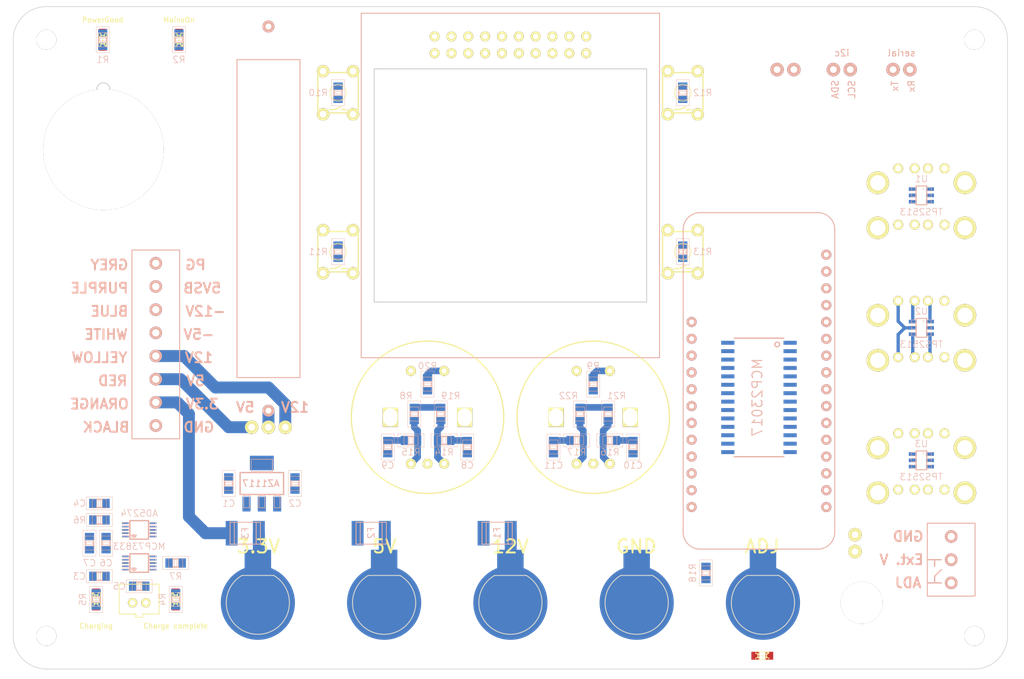
<source format=kicad_pcb>
(kicad_pcb (version 4) (host pcbnew "(2015-06-26 BZR 5832)-product")
  (layers (0 F.Cu signal) (31 B.Cu signal) (34 B.Paste user) (35 F.Paste user) (36 B.SilkS user) (37 F.SilkS user) (38 B.Mask user) (39 F.Mask user) (44 Edge.Cuts user))
  (net 0 "")
  (net 1 5V)
  (net 2 GND)
  (net 3 3V3Reg)
  (net 4 "Net-(C4-Pad2)")
  (net 5 "Net-(C5-Pad1)")
  (net 6 B1)
  (net 7 A1)
  (net 8 B2)
  (net 9 A2)
  (net 10 "Net-(CON1-Pad2)")
  (net 11 "Net-(CON1-Pad3)")
  (net 12 "Net-(CON1-Pad6)")
  (net 13 "Net-(CON1-Pad7)")
  (net 14 "Net-(CON2-Pad2)")
  (net 15 "Net-(CON2-Pad3)")
  (net 16 "Net-(CON2-Pad6)")
  (net 17 "Net-(CON2-Pad7)")
  (net 18 "Net-(CON3-Pad2)")
  (net 19 "Net-(CON3-Pad3)")
  (net 20 "Net-(CON3-Pad6)")
  (net 21 "Net-(CON3-Pad7)")
  (net 22 "Net-(D1-Pad1)")
  (net 23 "Net-(D2-Pad1)")
  (net 24 "Net-(D3-Pad1)")
  (net 25 "Net-(D4-Pad1)")
  (net 26 "Net-(D4-Pad2)")
  (net 27 "Net-(D5-Pad1)")
  (net 28 "Net-(D5-Pad2)")
  (net 29 SW1)
  (net 30 "Net-(ENC1-Pad1)")
  (net 31 "Net-(ENC1-Pad3)")
  (net 32 SW2)
  (net 33 "Net-(ENC2-Pad1)")
  (net 34 "Net-(ENC2-Pad3)")
  (net 35 12V)
  (net 36 "Net-(F1-Pad2)")
  (net 37 "Net-(F2-Pad2)")
  (net 38 3.3V)
  (net 39 "Net-(F3-Pad2)")
  (net 40 "Net-(JP1-Pad2)")
  (net 41 "Net-(JP2-Pad2)")
  (net 42 ADJ)
  (net 43 "Net-(K1-Pad2)")
  (net 44 PG)
  (net 45 5VSB)
  (net 46 -12V)
  (net 47 -5V)
  (net 48 "Net-(P2-Pad1)")
  (net 49 "Net-(P3-Pad1)")
  (net 50 "Net-(P4-Pad1)")
  (net 51 "Net-(P5-Pad1)")
  (net 52 SDA)
  (net 53 SCL)
  (net 54 Tx)
  (net 55 Rx)
  (net 56 "Net-(P12-Pad2)")
  (net 57 RS)
  (net 58 SCLK)
  (net 59 RES)
  (net 60 "Net-(P17-Pad20)")
  (net 61 "Net-(P17-Pad3)")
  (net 62 MOSI)
  (net 63 CS)
  (net 64 "Net-(R6-Pad2)")
  (net 65 "Net-(R7-Pad1)")
  (net 66 But1)
  (net 67 But2)
  (net 68 But3)
  (net 69 But4)
  (net 70 "Net-(U5-Pad20)")
  (net 71 "Net-(U5-Pad19)")
  (net 72 "Net-(U5-Pad18)")
  (net 73 "Net-(U5-Pad17)")
  (net 74 "Net-(U5-Pad15)")
  (net 75 "Net-(U5-Pad14)")
  (net 76 "Net-(U5-Pad13)")
  (net 77 "Net-(U5-Pad21)")
  (net 78 "Net-(U5-Pad22)")
  (net 79 "Net-(U5-Pad23)")
  (net 80 "Net-(U5-Pad24)")
  (net 81 "Net-(U5-Pad25)")
  (net 82 "Net-(U5-Pad28)")
  (net 83 "Net-(U5-Pad5)")
  (net 84 "Net-(U5-Pad6)")
  (net 85 "Net-(U5-Pad11)")
  (net 86 "Net-(U5-Pad12)")
  (net 87 "Net-(U6-Pad6)")
  (net 88 "Net-(U6-Pad7)")
  (net 89 "Net-(U8-Pad5)")
  (net 90 "Net-(U8-Pad6)")
  (net 91 "Net-(U8-Pad7)")
  (net 92 "Net-(U8-Pad8)")
  (net 93 "Net-(U8-Pad11)")
  (net 94 "Net-(U8-Pad14)")
  (net 95 "Net-(U8-Pad19)")
  (net 96 "Net-(U8-Pad20)")
  (net 97 "Net-(U8-Pad27)")
  (net 98 "Net-(U8-Pad28)")
  (net 99 "Net-(P11-Pad1)")
  (net 100 "Net-(P9-Pad1)")
  (module frep:C0805 (layer B.Cu) (at 138.5 111.5 270)
    (fp_text reference C8 (at 2.75 0 360) (layer B.SilkS) (effects (font (thickness 0.0889)) (justify mirror)))
    (fp_text value 10nF hide)
    (pad 1 smd rect (at -0.99822 0 270) (size 1.09982 1.39954) (layers B.Cu B.Paste B.Mask) (net 6 B1))
    (pad 2 smd rect (at 0.99822 0 270) (size 1.09982 1.39954) (layers B.Cu B.Paste B.Mask) (net 2 GND))
  )
  (module frep:C0805 (layer B.Cu) (at 126.5 111.5 270)
    (fp_text reference C9 (at 2.75 0 360) (layer B.SilkS) (effects (font (thickness 0.0889)) (justify mirror)))
    (fp_text value 10nF hide)
    (pad 1 smd rect (at -0.99822 0 270) (size 1.09982 1.39954) (layers B.Cu B.Paste B.Mask) (net 7 A1))
    (pad 2 smd rect (at 0.99822 0 270) (size 1.09982 1.39954) (layers B.Cu B.Paste B.Mask) (net 2 GND))
  )
  (module frep:USB-A-Stacked (layer F.Cu) (at 207 75)
    (fp_text reference CON1 hide)
    (fp_text value USB-A-stacked hide)
    (pad 9 thru_hole circle (at -6.57 -3.4) (size 3.4 3.4) (drill 2.3) (layers *.Cu *.Mask F.SilkS) (net 2 GND))
    (pad 10 thru_hole circle (at -6.57 3.4) (size 3.4 3.4) (drill 2.3) (layers *.Cu *.Mask F.SilkS) (net 2 GND))
    (pad 11 thru_hole circle (at 6.57 -3.4) (size 3.4 3.4) (drill 2.3) (layers *.Cu *.Mask F.SilkS) (net 2 GND))
    (pad 12 thru_hole circle (at 6.57 3.4) (size 3.4 3.4) (drill 2.3) (layers *.Cu *.Mask F.SilkS) (net 2 GND))
    (pad 1 thru_hole circle (at -3.5 -5.58) (size 1.5 1.5) (drill 0.92) (layers *.Cu *.Mask F.SilkS) (net 1 5V))
    (pad 2 thru_hole circle (at -1 -5.58) (size 1.5 1.5) (drill 0.92) (layers *.Cu *.Mask F.SilkS) (net 10 "Net-(CON1-Pad2)"))
    (pad 3 thru_hole circle (at 1 -5.58) (size 1.5 1.5) (drill 0.92) (layers *.Cu *.Mask F.SilkS) (net 11 "Net-(CON1-Pad3)"))
    (pad 4 thru_hole circle (at 3.5 -5.58) (size 1.5 1.5) (drill 0.92) (layers *.Cu *.Mask F.SilkS) (net 2 GND))
    (pad 5 thru_hole circle (at -3.5 2.92) (size 1.5 1.5) (drill 0.92) (layers *.Cu *.Mask F.SilkS) (net 1 5V))
    (pad 6 thru_hole circle (at -1 2.92) (size 1.5 1.5) (drill 0.92) (layers *.Cu *.Mask F.SilkS) (net 12 "Net-(CON1-Pad6)"))
    (pad 7 thru_hole circle (at 1 2.92) (size 1.5 1.5) (drill 0.92) (layers *.Cu *.Mask F.SilkS) (net 13 "Net-(CON1-Pad7)"))
    (pad 8 thru_hole circle (at 3.5 2.92) (size 1.5 1.5) (drill 0.92) (layers *.Cu *.Mask F.SilkS) (net 2 GND))
  )
  (module frep:USB-A-Stacked (layer F.Cu) (at 207 95)
    (fp_text reference CON2 hide)
    (fp_text value USB-A-stacked hide)
    (pad 9 thru_hole circle (at -6.57 -3.4) (size 3.4 3.4) (drill 2.3) (layers *.Cu *.Mask F.SilkS) (net 2 GND))
    (pad 10 thru_hole circle (at -6.57 3.4) (size 3.4 3.4) (drill 2.3) (layers *.Cu *.Mask F.SilkS) (net 2 GND))
    (pad 11 thru_hole circle (at 6.57 -3.4) (size 3.4 3.4) (drill 2.3) (layers *.Cu *.Mask F.SilkS) (net 2 GND))
    (pad 12 thru_hole circle (at 6.57 3.4) (size 3.4 3.4) (drill 2.3) (layers *.Cu *.Mask F.SilkS) (net 2 GND))
    (pad 1 thru_hole circle (at -3.5 -5.58) (size 1.5 1.5) (drill 0.92) (layers *.Cu *.Mask F.SilkS) (net 1 5V))
    (pad 2 thru_hole circle (at -1 -5.58) (size 1.5 1.5) (drill 0.92) (layers *.Cu *.Mask F.SilkS) (net 14 "Net-(CON2-Pad2)"))
    (pad 3 thru_hole circle (at 1 -5.58) (size 1.5 1.5) (drill 0.92) (layers *.Cu *.Mask F.SilkS) (net 15 "Net-(CON2-Pad3)"))
    (pad 4 thru_hole circle (at 3.5 -5.58) (size 1.5 1.5) (drill 0.92) (layers *.Cu *.Mask F.SilkS) (net 2 GND))
    (pad 5 thru_hole circle (at -3.5 2.92) (size 1.5 1.5) (drill 0.92) (layers *.Cu *.Mask F.SilkS) (net 1 5V))
    (pad 6 thru_hole circle (at -1 2.92) (size 1.5 1.5) (drill 0.92) (layers *.Cu *.Mask F.SilkS) (net 16 "Net-(CON2-Pad6)"))
    (pad 7 thru_hole circle (at 1 2.92) (size 1.5 1.5) (drill 0.92) (layers *.Cu *.Mask F.SilkS) (net 17 "Net-(CON2-Pad7)"))
    (pad 8 thru_hole circle (at 3.5 2.92) (size 1.5 1.5) (drill 0.92) (layers *.Cu *.Mask F.SilkS) (net 2 GND))
  )
  (module frep:USB-A-Stacked (layer F.Cu) (at 207 115)
    (fp_text reference CON3 hide)
    (fp_text value USB-A-stacked hide)
    (pad 9 thru_hole circle (at -6.57 -3.4) (size 3.4 3.4) (drill 2.3) (layers *.Cu *.Mask F.SilkS) (net 2 GND))
    (pad 10 thru_hole circle (at -6.57 3.4) (size 3.4 3.4) (drill 2.3) (layers *.Cu *.Mask F.SilkS) (net 2 GND))
    (pad 11 thru_hole circle (at 6.57 -3.4) (size 3.4 3.4) (drill 2.3) (layers *.Cu *.Mask F.SilkS) (net 2 GND))
    (pad 12 thru_hole circle (at 6.57 3.4) (size 3.4 3.4) (drill 2.3) (layers *.Cu *.Mask F.SilkS) (net 2 GND))
    (pad 1 thru_hole circle (at -3.5 -5.58) (size 1.5 1.5) (drill 0.92) (layers *.Cu *.Mask F.SilkS) (net 1 5V))
    (pad 2 thru_hole circle (at -1 -5.58) (size 1.5 1.5) (drill 0.92) (layers *.Cu *.Mask F.SilkS) (net 18 "Net-(CON3-Pad2)"))
    (pad 3 thru_hole circle (at 1 -5.58) (size 1.5 1.5) (drill 0.92) (layers *.Cu *.Mask F.SilkS) (net 19 "Net-(CON3-Pad3)"))
    (pad 4 thru_hole circle (at 3.5 -5.58) (size 1.5 1.5) (drill 0.92) (layers *.Cu *.Mask F.SilkS) (net 2 GND))
    (pad 5 thru_hole circle (at -3.5 2.92) (size 1.5 1.5) (drill 0.92) (layers *.Cu *.Mask F.SilkS) (net 1 5V))
    (pad 6 thru_hole circle (at -1 2.92) (size 1.5 1.5) (drill 0.92) (layers *.Cu *.Mask F.SilkS) (net 20 "Net-(CON3-Pad6)"))
    (pad 7 thru_hole circle (at 1 2.92) (size 1.5 1.5) (drill 0.92) (layers *.Cu *.Mask F.SilkS) (net 21 "Net-(CON3-Pad7)"))
    (pad 8 thru_hole circle (at 3.5 2.92) (size 1.5 1.5) (drill 0.92) (layers *.Cu *.Mask F.SilkS) (net 2 GND))
  )
  (module frep:LED-0805 (layer F.Cu) (at 83.5 50 270)
    (fp_text reference D1 hide)
    (fp_text value PowerGood (at -3 0 360) (layer F.SilkS) (effects (font (size 0.762 0.762) (thickness 0.127))))
    (pad 1 smd rect (at -1.04902 0 270) (size 1.19888 1.19888) (layers F.Cu F.Paste F.Mask) (net 22 "Net-(D1-Pad1)"))
    (pad 2 smd rect (at 1.04902 0 270) (size 1.19888 1.19888) (layers F.Cu F.Paste F.Mask) (net 2 GND))
  )
  (module frep:LED-0805 (layer F.Cu) (at 95 50 270)
    (fp_text reference D2 hide)
    (fp_text value MainsOn (at -3 0 360) (layer F.SilkS) (effects (font (size 0.762 0.762) (thickness 0.127))))
    (pad 1 smd rect (at -1.04902 0 270) (size 1.19888 1.19888) (layers F.Cu F.Paste F.Mask) (net 23 "Net-(D2-Pad1)"))
    (pad 2 smd rect (at 1.04902 0 270) (size 1.19888 1.19888) (layers F.Cu F.Paste F.Mask) (net 2 GND))
  )
  (module frep:LED-0805 (layer F.Cu) (at 183 143)
    (fp_text reference D3 hide)
    (fp_text value LoadOn hide)
    (pad 1 smd rect (at -1.04902 0) (size 1.19888 1.19888) (layers F.Cu F.Paste F.Mask) (net 24 "Net-(D3-Pad1)"))
    (pad 2 smd rect (at 1.04902 0) (size 1.19888 1.19888) (layers F.Cu F.Paste F.Mask) (net 2 GND))
  )
  (module frep:LED-0805 (layer F.Cu) (at 94.5 134.5 90)
    (fp_text reference D4 hide)
    (fp_text value "Charge complete" (at -4 0 180) (layer F.SilkS) (effects (font (size 0.762 0.762) (thickness 0.127))))
    (pad 1 smd rect (at -1.04902 0 90) (size 1.19888 1.19888) (layers F.Cu F.Paste F.Mask) (net 25 "Net-(D4-Pad1)"))
    (pad 2 smd rect (at 1.04902 0 90) (size 1.19888 1.19888) (layers F.Cu F.Paste F.Mask) (net 26 "Net-(D4-Pad2)"))
  )
  (module frep:LED-0805 (layer F.Cu) (at 82.5 134.5 90)
    (fp_text reference D5 hide)
    (fp_text value Charging (at -4 0 180) (layer F.SilkS) (effects (font (size 0.762 0.762) (thickness 0.127))))
    (pad 1 smd rect (at -1.04902 0 90) (size 1.19888 1.19888) (layers F.Cu F.Paste F.Mask) (net 27 "Net-(D5-Pad1)"))
    (pad 2 smd rect (at 1.04902 0 90) (size 1.19888 1.19888) (layers F.Cu F.Paste F.Mask) (net 28 "Net-(D5-Pad2)"))
  )
  (module frep:RotaryEncoder (layer F.Cu) (at 132.5 107)
    (fp_text reference ENC1 hide)
    (fp_text value RotaryEncoder hide)
    (pad 7 thru_hole rect (at 5.6 0) (size 2.3 2.9) (drill oval 2.1 2.7) (layers *.Cu *.Mask F.SilkS) (net 2 GND))
    (pad 4 thru_hole circle (at -2.5 -7) (size 1.524 1.524) (drill 0.762) (layers *.Cu *.Mask F.SilkS) (net 2 GND))
    (pad 5 thru_hole circle (at 2.5 -7) (size 1.524 1.524) (drill 0.762) (layers *.Cu *.Mask F.SilkS) (net 29 SW1))
    (pad 1 thru_hole circle (at -2.5 7) (size 1.524 1.524) (drill 0.762) (layers *.Cu *.Mask F.SilkS) (net 30 "Net-(ENC1-Pad1)"))
    (pad 2 thru_hole circle (at 0 7) (size 1.524 1.524) (drill 0.762) (layers *.Cu *.Mask F.SilkS) (net 2 GND))
    (pad 3 thru_hole circle (at 2.5 7) (size 1.524 1.524) (drill 0.762) (layers *.Cu *.Mask F.SilkS) (net 31 "Net-(ENC1-Pad3)"))
    (pad 6 thru_hole rect (at -5.6 0) (size 2.3 2.9) (drill oval 2.1 2.7) (layers *.Cu *.Mask F.SilkS) (net 2 GND))
  )
  (module frep:RotaryEncoder (layer F.Cu) (at 157.5 107)
    (fp_text reference ENC2 hide)
    (fp_text value RotaryEncoder hide)
    (pad 7 thru_hole rect (at 5.6 0) (size 2.3 2.9) (drill oval 2.1 2.7) (layers *.Cu *.Mask F.SilkS) (net 2 GND))
    (pad 4 thru_hole circle (at -2.5 -7) (size 1.524 1.524) (drill 0.762) (layers *.Cu *.Mask F.SilkS) (net 2 GND))
    (pad 5 thru_hole circle (at 2.5 -7) (size 1.524 1.524) (drill 0.762) (layers *.Cu *.Mask F.SilkS) (net 32 SW2))
    (pad 1 thru_hole circle (at -2.5 7) (size 1.524 1.524) (drill 0.762) (layers *.Cu *.Mask F.SilkS) (net 33 "Net-(ENC2-Pad1)"))
    (pad 2 thru_hole circle (at 0 7) (size 1.524 1.524) (drill 0.762) (layers *.Cu *.Mask F.SilkS) (net 2 GND))
    (pad 3 thru_hole circle (at 2.5 7) (size 1.524 1.524) (drill 0.762) (layers *.Cu *.Mask F.SilkS) (net 34 "Net-(ENC2-Pad3)"))
    (pad 6 thru_hole rect (at -5.6 0) (size 2.3 2.9) (drill oval 2.1 2.7) (layers *.Cu *.Mask F.SilkS) (net 2 GND))
  )
  (module frep:C1812 (layer B.Cu) (at 143 124.5 180)
    (fp_text reference F1 (at 0 0 270) (layer B.SilkS) (effects (font (thickness 0.11938)) (justify mirror)))
    (fp_text value FUSE hide)
    (pad 1 smd rect (at 2.04978 0 180) (size 1.80086 3.70078) (layers B.Cu B.Paste B.Mask) (net 35 12V))
    (pad 2 smd rect (at -2.04978 0 180) (size 1.80086 3.70078) (layers B.Cu B.Paste B.Mask) (net 36 "Net-(F1-Pad2)"))
  )
  (module frep:C1812 (layer B.Cu) (at 124 124.5 180)
    (fp_text reference F2 (at 0 0.05 270) (layer B.SilkS) (effects (font (thickness 0.11938)) (justify mirror)))
    (fp_text value FUSE hide)
    (pad 1 smd rect (at 2.04978 0 180) (size 1.80086 3.70078) (layers B.Cu B.Paste B.Mask) (net 1 5V))
    (pad 2 smd rect (at -2.04978 0 180) (size 1.80086 3.70078) (layers B.Cu B.Paste B.Mask) (net 37 "Net-(F2-Pad2)"))
  )
  (module frep:C1812 (layer B.Cu) (at 105 124.5 180)
    (fp_text reference F3 (at 0 0 270) (layer B.SilkS) (effects (font (thickness 0.11938)) (justify mirror)))
    (fp_text value FUSE hide)
    (pad 1 smd rect (at 2.04978 0 180) (size 1.80086 3.70078) (layers B.Cu B.Paste B.Mask) (net 38 3.3V))
    (pad 2 smd rect (at -2.04978 0 180) (size 1.80086 3.70078) (layers B.Cu B.Paste B.Mask) (net 39 "Net-(F3-Pad2)"))
  )
  (module frep:Pin_Proto_Straight_1x03 (layer F.Cu) (at 108.5 108.5 180)
    (fp_text reference JP1 hide)
    (fp_text value JUMPER3 hide)
    (pad 1 thru_hole circle (at -2.54 0 180) (size 2.032 2.032) (drill 1.016) (layers *.Cu *.Mask F.SilkS) (net 35 12V))
    (pad 2 thru_hole circle (at 0 0 180) (size 2.032 2.032) (drill 1.016) (layers *.Cu *.Mask F.SilkS) (net 40 "Net-(JP1-Pad2)"))
    (pad 3 thru_hole circle (at 2.54 0 180) (size 2.032 2.032) (drill 1.016) (layers *.Cu *.Mask F.SilkS) (net 1 5V))
  )
  (module frep:Pin_Proto_Straight_1x02 (layer B.Cu) (at 186.5 54.5 180)
    (fp_text reference JP2 hide)
    (fp_text value JUMPER hide)
    (pad 1 thru_hole circle (at -1.27 0 180) (size 2.032 2.032) (drill 1.016) (layers *.Cu *.Mask B.SilkS) (net 1 5V))
    (pad 2 thru_hole oval (at 1.27 0 180) (size 2.032 2.032) (drill 1.016) (layers *.Cu *.Mask B.SilkS) (net 41 "Net-(JP2-Pad2)"))
  )
  (module frep:terminal_3p5mm_3pin (layer B.Cu) (at 211.5 128.5 90)
    (fp_text reference K1 hide)
    (fp_text value TERMINAL hide)
    (pad 3 thru_hole circle (at 3.5 0 90) (size 1.9 1.9) (drill 1.1) (layers *.Cu *.Mask B.SilkS) (net 2 GND))
    (pad 1 thru_hole circle (at -3.5 0 90) (size 1.9 1.9) (drill 1.1) (layers *.Cu *.Mask B.SilkS) (net 42 ADJ))
    (pad 2 thru_hole circle (at 0 0 90) (size 1.9 1.9) (drill 1.1) (layers *.Cu *.Mask B.SilkS) (net 43 "Net-(K1-Pad2)"))
  )
  (module frep:terminal_3p5mm_8pin (layer B.Cu) (at 91.5 96 90)
    (fp_text reference P1 hide)
    (fp_text value INPUT_TERMINAL hide)
    (pad 8 thru_hole circle (at 12.25 0 90) (size 1.9 1.9) (drill 1.1) (layers *.Cu *.Mask B.SilkS) (net 44 PG))
    (pad 7 thru_hole circle (at 8.75 0 90) (size 1.9 1.9) (drill 1.1) (layers *.Cu *.Mask B.SilkS) (net 45 5VSB))
    (pad 6 thru_hole circle (at 5.25 0 90) (size 1.9 1.9) (drill 1.1) (layers *.Cu *.Mask B.SilkS) (net 46 -12V))
    (pad 1 thru_hole circle (at -12.25 0 90) (size 1.9 1.9) (drill 1.1) (layers *.Cu *.Mask B.SilkS) (net 2 GND))
    (pad 2 thru_hole circle (at -8.75 0 90) (size 1.9 1.9) (drill 1.1) (layers *.Cu *.Mask B.SilkS) (net 38 3.3V))
    (pad 3 thru_hole circle (at -5.25 0 90) (size 1.9 1.9) (drill 1.1) (layers *.Cu *.Mask B.SilkS) (net 1 5V))
    (pad 4 thru_hole circle (at -1.75 0 90) (size 1.9 1.9) (drill 1.1) (layers *.Cu *.Mask B.SilkS) (net 35 12V))
    (pad 5 thru_hole circle (at 1.75 0 90) (size 1.9 1.9) (drill 1.1) (layers *.Cu *.Mask B.SilkS) (net 47 -5V))
  )
  (module frep:MountingHole_3mm (layer F.Cu) (at 75 140)
    (fp_text reference P2 hide)
    (fp_text value MH hide)
    (pad 1 thru_hole circle (at 0 0) (size 2.99974 2.99974) (drill 2.99974) (layers) (net 48 "Net-(P2-Pad1)"))
  )
  (module frep:MountingHole_3mm (layer F.Cu) (at 215 140)
    (fp_text reference P3 hide)
    (fp_text value MH hide)
    (pad 1 thru_hole circle (at 0 0) (size 2.99974 2.99974) (drill 2.99974) (layers) (net 49 "Net-(P3-Pad1)"))
  )
  (module frep:MountingHole_3mm (layer F.Cu) (at 75 50)
    (fp_text reference P4 hide)
    (fp_text value MH hide)
    (pad 1 thru_hole circle (at 0 0) (size 2.99974 2.99974) (drill 2.99974) (layers) (net 50 "Net-(P4-Pad1)"))
  )
  (module frep:MountingHole_3mm (layer F.Cu) (at 215 50)
    (fp_text reference P5 hide)
    (fp_text value MH hide)
    (pad 1 thru_hole circle (at 0 0) (size 2.99974 2.99974) (drill 2.99974) (layers) (net 51 "Net-(P5-Pad1)"))
  )
  (module frep:Pin_Proto_Straight_1x02 (layer B.Cu) (at 195 54.5)
    (fp_text reference P6 hide)
    (fp_text value CONN_2 hide)
    (pad 1 thru_hole circle (at -1.27 0) (size 2.032 2.032) (drill 1.016) (layers *.Cu *.Mask B.SilkS) (net 52 SDA))
    (pad 2 thru_hole oval (at 1.27 0) (size 2.032 2.032) (drill 1.016) (layers *.Cu *.Mask B.SilkS) (net 53 SCL))
  )
  (module frep:Pin_Proto_Straight_1x02 (layer B.Cu) (at 204 54.5)
    (fp_text reference P7 hide)
    (fp_text value CONN_2 hide)
    (pad 1 thru_hole circle (at -1.27 0) (size 2.032 2.032) (drill 1.016) (layers *.Cu *.Mask B.SilkS) (net 54 Tx))
    (pad 2 thru_hole oval (at 1.27 0) (size 2.032 2.032) (drill 1.016) (layers *.Cu *.Mask B.SilkS) (net 55 Rx))
  )
  (module frep:Pin_Proto_Straight_1x02 (layer F.Cu) (at 197 126 270)
    (fp_text reference P12 hide)
    (fp_text value CONN_2 hide)
    (pad 1 thru_hole circle (at -1.27 0 270) (size 2.032 2.032) (drill 1.016) (layers *.Cu *.Mask F.SilkS) (net 1 5V))
    (pad 2 thru_hole oval (at 1.27 0 270) (size 2.032 2.032) (drill 1.016) (layers *.Cu *.Mask F.SilkS) (net 56 "Net-(P12-Pad2)"))
  )
  (module frep:JST-PH-2-THM (layer F.Cu) (at 89 135)
    (fp_text reference P16 hide)
    (fp_text value CONN_2 hide)
    (pad 2 thru_hole circle (at 0.99822 0) (size 1.4224 1.4224) (drill 0.79756) (layers *.Cu *.Mask F.SilkS) (net 5 "Net-(C5-Pad1)"))
    (pad 1 thru_hole circle (at -0.99822 0) (size 1.4224 1.4224) (drill 0.79756) (layers *.Cu *.Mask F.SilkS) (net 2 GND))
  )
  (module frep:R_ceramic_48x9p5x9mm (layer B.Cu) (at 108.5 77 90)
    (fp_text reference R3 hide)
    (fp_text value "10R 10W" hide)
    (pad 1 thru_hole circle (at -29 0 90) (size 1.8 1.8) (drill 0.9) (layers *.Cu *.Mask B.SilkS) (net 40 "Net-(JP1-Pad2)"))
    (pad 2 thru_hole circle (at 29 0 90) (size 1.8 1.8) (drill 0.9) (layers *.Cu *.Mask B.SilkS) (net 2 GND))
  )
  (module frep:R0805 (layer B.Cu) (at 132.5 102 270)
    (fp_text reference R8 (at 1.75 3.25 360) (layer B.SilkS) (effects (font (thickness 0.0889)) (justify mirror)))
    (fp_text value 10K hide)
    (pad 1 smd rect (at -0.99822 0 270) (size 1.09982 1.39954) (layers B.Cu B.Paste B.Mask) (net 29 SW1))
    (pad 2 smd rect (at 0.99822 0 270) (size 1.09982 1.39954) (layers B.Cu B.Paste B.Mask) (net 3 3V3Reg))
  )
  (module frep:R0805 (layer B.Cu) (at 135 110.5 180)
    (fp_text reference R14 (at 0 -1.75 180) (layer B.SilkS) (effects (font (thickness 0.0889)) (justify mirror)))
    (fp_text value 10K hide)
    (pad 1 smd rect (at -0.99822 0 180) (size 1.09982 1.39954) (layers B.Cu B.Paste B.Mask) (net 6 B1))
    (pad 2 smd rect (at 0.99822 0 180) (size 1.09982 1.39954) (layers B.Cu B.Paste B.Mask) (net 31 "Net-(ENC1-Pad3)"))
  )
  (module frep:R0805 (layer B.Cu) (at 130 110.5 180)
    (fp_text reference R15 (at 0 -1.75 180) (layer B.SilkS) (effects (font (thickness 0.0889)) (justify mirror)))
    (fp_text value 10K hide)
    (pad 1 smd rect (at -0.99822 0 180) (size 1.09982 1.39954) (layers B.Cu B.Paste B.Mask) (net 30 "Net-(ENC1-Pad1)"))
    (pad 2 smd rect (at 0.99822 0 180) (size 1.09982 1.39954) (layers B.Cu B.Paste B.Mask) (net 7 A1))
  )
  (module frep:R0805 (layer B.Cu) (at 134.5 106.5 90)
    (fp_text reference R19 (at 2.75 1.5 180) (layer B.SilkS) (effects (font (thickness 0.0889)) (justify mirror)))
    (fp_text value 10K hide)
    (pad 1 smd rect (at -0.99822 0 90) (size 1.09982 1.39954) (layers B.Cu B.Paste B.Mask) (net 31 "Net-(ENC1-Pad3)"))
    (pad 2 smd rect (at 0.99822 0 90) (size 1.09982 1.39954) (layers B.Cu B.Paste B.Mask) (net 3 3V3Reg))
  )
  (module frep:R0805 (layer B.Cu) (at 130.5 106.5 90)
    (fp_text reference R20 (at 7.25 2 180) (layer B.SilkS) (effects (font (thickness 0.0889)) (justify mirror)))
    (fp_text value 10K hide)
    (pad 1 smd rect (at -0.99822 0 90) (size 1.09982 1.39954) (layers B.Cu B.Paste B.Mask) (net 30 "Net-(ENC1-Pad1)"))
    (pad 2 smd rect (at 0.99822 0 90) (size 1.09982 1.39954) (layers B.Cu B.Paste B.Mask) (net 3 3V3Reg))
  )
  (module frep:TACTILE-PTH (layer F.Cu) (at 119 58 90)
    (fp_text reference S1 hide)
    (fp_text value TAC_SWITCH hide)
    (pad 1 thru_hole circle (at -3.2512 -2.2606 90) (size 1.8796 1.8796) (drill 1.016) (layers *.Cu *.Mask F.SilkS) (net 2 GND))
    (pad 2 thru_hole circle (at 3.2512 -2.2606 90) (size 1.8796 1.8796) (drill 1.016) (layers *.Cu *.Mask F.SilkS) (net 2 GND))
    (pad 3 thru_hole circle (at -3.2512 2.2606 90) (size 1.8796 1.8796) (drill 1.016) (layers *.Cu *.Mask F.SilkS) (net 66 But1))
    (pad 4 thru_hole circle (at 3.2512 2.2606 90) (size 1.8796 1.8796) (drill 1.016) (layers *.Cu *.Mask F.SilkS) (net 66 But1))
  )
  (module frep:TACTILE-PTH (layer F.Cu) (at 119 82 90)
    (fp_text reference S2 hide)
    (fp_text value TAC_SWITCH hide)
    (pad 1 thru_hole circle (at -3.2512 -2.2606 90) (size 1.8796 1.8796) (drill 1.016) (layers *.Cu *.Mask F.SilkS) (net 2 GND))
    (pad 2 thru_hole circle (at 3.2512 -2.2606 90) (size 1.8796 1.8796) (drill 1.016) (layers *.Cu *.Mask F.SilkS) (net 2 GND))
    (pad 3 thru_hole circle (at -3.2512 2.2606 90) (size 1.8796 1.8796) (drill 1.016) (layers *.Cu *.Mask F.SilkS) (net 67 But2))
    (pad 4 thru_hole circle (at 3.2512 2.2606 90) (size 1.8796 1.8796) (drill 1.016) (layers *.Cu *.Mask F.SilkS) (net 67 But2))
  )
  (module frep:TACTILE-PTH (layer F.Cu) (at 171 58 90)
    (fp_text reference S3 hide)
    (fp_text value TAC_SWITCH hide)
    (pad 1 thru_hole circle (at -3.2512 -2.2606 90) (size 1.8796 1.8796) (drill 1.016) (layers *.Cu *.Mask F.SilkS) (net 2 GND))
    (pad 2 thru_hole circle (at 3.2512 -2.2606 90) (size 1.8796 1.8796) (drill 1.016) (layers *.Cu *.Mask F.SilkS) (net 2 GND))
    (pad 3 thru_hole circle (at -3.2512 2.2606 90) (size 1.8796 1.8796) (drill 1.016) (layers *.Cu *.Mask F.SilkS) (net 68 But3))
    (pad 4 thru_hole circle (at 3.2512 2.2606 90) (size 1.8796 1.8796) (drill 1.016) (layers *.Cu *.Mask F.SilkS) (net 68 But3))
  )
  (module frep:TACTILE-PTH (layer F.Cu) (at 171 82 90)
    (fp_text reference S4 hide)
    (fp_text value TAC_SWITCH hide)
    (pad 1 thru_hole circle (at -3.2512 -2.2606 90) (size 1.8796 1.8796) (drill 1.016) (layers *.Cu *.Mask F.SilkS) (net 2 GND))
    (pad 2 thru_hole circle (at 3.2512 -2.2606 90) (size 1.8796 1.8796) (drill 1.016) (layers *.Cu *.Mask F.SilkS) (net 2 GND))
    (pad 3 thru_hole circle (at -3.2512 2.2606 90) (size 1.8796 1.8796) (drill 1.016) (layers *.Cu *.Mask F.SilkS) (net 69 But4))
    (pad 4 thru_hole circle (at 3.2512 2.2606 90) (size 1.8796 1.8796) (drill 1.016) (layers *.Cu *.Mask F.SilkS) (net 69 But4))
  )
  (module frep:SOT23-6 (layer B.Cu) (at 207 73.5 270)
    (fp_text reference U1 (at -2.5 0 360) (layer B.SilkS) (effects (font (thickness 0.0889)) (justify mirror)))
    (fp_text value TPS2513 (at 2.5 0 360) (layer B.SilkS) (effects (font (thickness 0.0889)) (justify mirror)))
    (pad 1 smd rect (at -0.94996 -1.29794 270) (size 0.54864 1.19888) (layers B.Cu B.Paste B.Mask) (net 11 "Net-(CON1-Pad3)"))
    (pad 2 smd rect (at 0 -1.29794 270) (size 0.54864 1.19888) (layers B.Cu B.Paste B.Mask) (net 2 GND))
    (pad 3 smd rect (at 0.94996 -1.29794 270) (size 0.54864 1.19888) (layers B.Cu B.Paste B.Mask) (net 13 "Net-(CON1-Pad7)"))
    (pad 4 smd rect (at 0.94996 1.29794 270) (size 0.54864 1.19888) (layers B.Cu B.Paste B.Mask) (net 12 "Net-(CON1-Pad6)"))
    (pad 5 smd rect (at 0 1.29794 270) (size 0.54864 1.19888) (layers B.Cu B.Paste B.Mask) (net 1 5V))
    (pad 6 smd rect (at -0.94996 1.29794 270) (size 0.54864 1.19888) (layers B.Cu B.Paste B.Mask) (net 10 "Net-(CON1-Pad2)"))
  )
  (module frep:SOT23-6 (layer B.Cu) (at 207 93.5 270)
    (fp_text reference U2 (at -2.5 0 360) (layer B.SilkS) (effects (font (thickness 0.0889)) (justify mirror)))
    (fp_text value TPS2513 (at 2.5 0 360) (layer B.SilkS) (effects (font (thickness 0.0889)) (justify mirror)))
    (pad 1 smd rect (at -0.94996 -1.29794 270) (size 0.54864 1.19888) (layers B.Cu B.Paste B.Mask) (net 15 "Net-(CON2-Pad3)"))
    (pad 2 smd rect (at 0 -1.29794 270) (size 0.54864 1.19888) (layers B.Cu B.Paste B.Mask) (net 2 GND))
    (pad 3 smd rect (at 0.94996 -1.29794 270) (size 0.54864 1.19888) (layers B.Cu B.Paste B.Mask) (net 17 "Net-(CON2-Pad7)"))
    (pad 4 smd rect (at 0.94996 1.29794 270) (size 0.54864 1.19888) (layers B.Cu B.Paste B.Mask) (net 16 "Net-(CON2-Pad6)"))
    (pad 5 smd rect (at 0 1.29794 270) (size 0.54864 1.19888) (layers B.Cu B.Paste B.Mask) (net 1 5V))
    (pad 6 smd rect (at -0.94996 1.29794 270) (size 0.54864 1.19888) (layers B.Cu B.Paste B.Mask) (net 14 "Net-(CON2-Pad2)"))
  )
  (module frep:SOT23-6 (layer B.Cu) (at 207 113.5 270)
    (fp_text reference U3 (at -2.5 0 360) (layer B.SilkS) (effects (font (thickness 0.0889)) (justify mirror)))
    (fp_text value TPS2513 (at 2.5 0 360) (layer B.SilkS) (effects (font (thickness 0.0889)) (justify mirror)))
    (pad 1 smd rect (at -0.94996 -1.29794 270) (size 0.54864 1.19888) (layers B.Cu B.Paste B.Mask) (net 19 "Net-(CON3-Pad3)"))
    (pad 2 smd rect (at 0 -1.29794 270) (size 0.54864 1.19888) (layers B.Cu B.Paste B.Mask) (net 2 GND))
    (pad 3 smd rect (at 0.94996 -1.29794 270) (size 0.54864 1.19888) (layers B.Cu B.Paste B.Mask) (net 21 "Net-(CON3-Pad7)"))
    (pad 4 smd rect (at 0.94996 1.29794 270) (size 0.54864 1.19888) (layers B.Cu B.Paste B.Mask) (net 20 "Net-(CON3-Pad6)"))
    (pad 5 smd rect (at 0 1.29794 270) (size 0.54864 1.19888) (layers B.Cu B.Paste B.Mask) (net 1 5V))
    (pad 6 smd rect (at -0.94996 1.29794 270) (size 0.54864 1.19888) (layers B.Cu B.Paste B.Mask) (net 18 "Net-(CON3-Pad2)"))
  )
  (module frep:SOT223 (layer B.Cu) (at 107.5 117 180)
    (fp_text reference U4 hide)
    (fp_text value AZ1117 (at 0.1397 0.0127 180) (layer B.SilkS) (effects (justify mirror)))
    (pad 1 smd rect (at -2.3114 -3.0988 180) (size 1.2192 2.2352) (layers B.Cu B.Paste B.Mask) (net 2 GND))
    (pad 2 smd rect (at 0 -3.0988 180) (size 1.2192 2.2352) (layers B.Cu B.Paste B.Mask) (net 3 3V3Reg))
    (pad 3 smd rect (at 2.3114 -3.0988 180) (size 1.2192 2.2352) (layers B.Cu B.Paste B.Mask) (net 1 5V))
    (pad 4 smd rect (at 0 3.0988 180) (size 3.59918 2.19964) (layers B.Cu B.Paste B.Mask) (net 3 3V3Reg))
  )
  (module frep:featherEsp (layer B.Cu) (at 182.5 101.5 270)
    (fp_text reference U5 hide)
    (fp_text value esp8266Feather hide)
    (pad 20 thru_hole circle (at -1.27 -10.16 270) (size 1.524 1.524) (drill 0.762) (layers *.Cu *.Mask B.SilkS) (net 70 "Net-(U5-Pad20)"))
    (pad 19 thru_hole circle (at -3.81 -10.16 270) (size 1.524 1.524) (drill 0.762) (layers *.Cu *.Mask B.SilkS) (net 71 "Net-(U5-Pad19)"))
    (pad 18 thru_hole circle (at -6.35 -10.16 270) (size 1.524 1.524) (drill 0.762) (layers *.Cu *.Mask B.SilkS) (net 72 "Net-(U5-Pad18)"))
    (pad 17 thru_hole circle (at -8.89 -10.16 270) (size 1.524 1.524) (drill 0.762) (layers *.Cu *.Mask B.SilkS) (net 73 "Net-(U5-Pad17)"))
    (pad 16 thru_hole circle (at -11.43 -10.16 270) (size 1.524 1.524) (drill 0.762) (layers *.Cu *.Mask B.SilkS) (net 2 GND))
    (pad 15 thru_hole circle (at -13.97 -10.16 270) (size 1.524 1.524) (drill 0.762) (layers *.Cu *.Mask B.SilkS) (net 74 "Net-(U5-Pad15)"))
    (pad 14 thru_hole circle (at -16.51 -10.16 270) (size 1.524 1.524) (drill 0.762) (layers *.Cu *.Mask B.SilkS) (net 75 "Net-(U5-Pad14)"))
    (pad 13 thru_hole circle (at -19.05 -10.16 270) (size 1.524 1.524) (drill 0.762) (layers *.Cu *.Mask B.SilkS) (net 76 "Net-(U5-Pad13)"))
    (pad 21 thru_hole circle (at 1.27 -10.16 270) (size 1.524 1.524) (drill 0.762) (layers *.Cu *.Mask B.SilkS) (net 77 "Net-(U5-Pad21)"))
    (pad 22 thru_hole circle (at 3.81 -10.16 270) (size 1.524 1.524) (drill 0.762) (layers *.Cu *.Mask B.SilkS) (net 78 "Net-(U5-Pad22)"))
    (pad 23 thru_hole circle (at 6.35 -10.16 270) (size 1.524 1.524) (drill 0.762) (layers *.Cu *.Mask B.SilkS) (net 79 "Net-(U5-Pad23)"))
    (pad 24 thru_hole circle (at 8.89 -10.16 270) (size 1.524 1.524) (drill 0.762) (layers *.Cu *.Mask B.SilkS) (net 80 "Net-(U5-Pad24)"))
    (pad 25 thru_hole circle (at 11.43 -10.16 270) (size 1.524 1.524) (drill 0.762) (layers *.Cu *.Mask B.SilkS) (net 81 "Net-(U5-Pad25)"))
    (pad 26 thru_hole circle (at 13.97 -10.16 270) (size 1.524 1.524) (drill 0.762) (layers *.Cu *.Mask B.SilkS) (net 55 Rx))
    (pad 27 thru_hole circle (at 16.51 -10.16 270) (size 1.524 1.524) (drill 0.762) (layers *.Cu *.Mask B.SilkS) (net 54 Tx))
    (pad 28 thru_hole circle (at 19.05 -10.16 270) (size 1.524 1.524) (drill 0.762) (layers *.Cu *.Mask B.SilkS) (net 82 "Net-(U5-Pad28)"))
    (pad 1 thru_hole circle (at 19.05 10.16 270) (size 1.524 1.524) (drill 0.762) (layers *.Cu *.Mask B.SilkS) (net 52 SDA))
    (pad 2 thru_hole circle (at 16.51 10.16 270) (size 1.524 1.524) (drill 0.762) (layers *.Cu *.Mask B.SilkS) (net 53 SCL))
    (pad 3 thru_hole circle (at 13.97 10.16 270) (size 1.524 1.524) (drill 0.762) (layers *.Cu *.Mask B.SilkS) (net 63 CS))
    (pad 4 thru_hole circle (at 11.43 10.16 270) (size 1.524 1.524) (drill 0.762) (layers *.Cu *.Mask B.SilkS) (net 59 RES))
    (pad 5 thru_hole circle (at 8.89 10.16 270) (size 1.524 1.524) (drill 0.762) (layers *.Cu *.Mask B.SilkS) (net 83 "Net-(U5-Pad5)"))
    (pad 6 thru_hole circle (at 6.35 10.16 270) (size 1.524 1.524) (drill 0.762) (layers *.Cu *.Mask B.SilkS) (net 84 "Net-(U5-Pad6)"))
    (pad 7 thru_hole circle (at 3.81 10.16 270) (size 1.524 1.524) (drill 0.762) (layers *.Cu *.Mask B.SilkS) (net 62 MOSI))
    (pad 8 thru_hole circle (at 1.27 10.16 270) (size 1.524 1.524) (drill 0.762) (layers *.Cu *.Mask B.SilkS) (net 57 RS))
    (pad 9 thru_hole circle (at -1.27 10.16 270) (size 1.524 1.524) (drill 0.762) (layers *.Cu *.Mask B.SilkS) (net 58 SCLK))
    (pad 10 thru_hole circle (at -3.81 10.16 270) (size 1.524 1.524) (drill 0.762) (layers *.Cu *.Mask B.SilkS) (net 41 "Net-(JP2-Pad2)"))
    (pad 11 thru_hole circle (at -6.35 10.16 270) (size 1.524 1.524) (drill 0.762) (layers *.Cu *.Mask B.SilkS) (net 85 "Net-(U5-Pad11)"))
    (pad 12 thru_hole circle (at -8.89 10.16 270) (size 1.524 1.524) (drill 0.762) (layers *.Cu *.Mask B.SilkS) (net 86 "Net-(U5-Pad12)"))
  )
  (module frep:MSOP10 (layer B.Cu) (at 89 129 90)
    (fp_text reference U6 hide)
    (fp_text value MCP73833 (at 2.5 0 180) (layer B.SilkS) (effects (font (thickness 0.0889)) (justify mirror)))
    (pad 1 smd rect (at -0.99822 -2.11074 90) (size 0.24892 0.99822) (layers B.Cu B.Paste B.Mask) (net 1 5V))
    (pad 2 smd rect (at -0.49784 -2.11074 90) (size 0.24892 0.99822) (layers B.Cu B.Paste B.Mask) (net 1 5V))
    (pad 3 smd rect (at 0 -2.11074 90) (size 0.24892 0.99822) (layers B.Cu B.Paste B.Mask) (net 28 "Net-(D5-Pad2)"))
    (pad 4 smd rect (at 0.49784 -2.11074 90) (size 0.24892 0.99822) (layers B.Cu B.Paste B.Mask) (net 26 "Net-(D4-Pad2)"))
    (pad 5 smd rect (at 0.99822 -2.11074 90) (size 0.24892 0.99822) (layers B.Cu B.Paste B.Mask) (net 2 GND))
    (pad 6 smd rect (at 0.99822 2.11074 90) (size 0.24892 0.99822) (layers B.Cu B.Paste B.Mask) (net 87 "Net-(U6-Pad6)"))
    (pad 7 smd rect (at 0.49784 2.11074 90) (size 0.24892 0.99822) (layers B.Cu B.Paste B.Mask) (net 88 "Net-(U6-Pad7)"))
    (pad 8 smd rect (at 0 2.11074 90) (size 0.24892 0.99822) (layers B.Cu B.Paste B.Mask) (net 65 "Net-(R7-Pad1)"))
    (pad 9 smd rect (at -0.49784 2.11074 90) (size 0.24892 0.99822) (layers B.Cu B.Paste B.Mask) (net 5 "Net-(C5-Pad1)"))
    (pad 10 smd rect (at -0.99822 2.11074 90) (size 0.24892 0.99822) (layers B.Cu B.Paste B.Mask) (net 5 "Net-(C5-Pad1)"))
  )
  (module frep:MSOP10 (layer B.Cu) (at 89 124 90)
    (fp_text reference U7 hide)
    (fp_text value AD5274 (at 2.5 0 180) (layer B.SilkS) (effects (font (thickness 0.0889)) (justify mirror)))
    (pad 1 smd rect (at -0.99822 -2.11074 90) (size 0.24892 0.99822) (layers B.Cu B.Paste B.Mask) (net 3 3V3Reg))
    (pad 2 smd rect (at -0.49784 -2.11074 90) (size 0.24892 0.99822) (layers B.Cu B.Paste B.Mask) (net 87 "Net-(U6-Pad6)"))
    (pad 3 smd rect (at 0 -2.11074 90) (size 0.24892 0.99822) (layers B.Cu B.Paste B.Mask) (net 64 "Net-(R6-Pad2)"))
    (pad 4 smd rect (at 0.49784 -2.11074 90) (size 0.24892 0.99822) (layers B.Cu B.Paste B.Mask) (net 2 GND))
    (pad 5 smd rect (at 0.99822 -2.11074 90) (size 0.24892 0.99822) (layers B.Cu B.Paste B.Mask) (net 4 "Net-(C4-Pad2)"))
    (pad 6 smd rect (at 0.99822 2.11074 90) (size 0.24892 0.99822) (layers B.Cu B.Paste B.Mask) (net 2 GND))
    (pad 7 smd rect (at 0.49784 2.11074 90) (size 0.24892 0.99822) (layers B.Cu B.Paste B.Mask) (net 3 3V3Reg))
    (pad 8 smd rect (at 0 2.11074 90) (size 0.24892 0.99822) (layers B.Cu B.Paste B.Mask) (net 52 SDA))
    (pad 9 smd rect (at -0.49784 2.11074 90) (size 0.24892 0.99822) (layers B.Cu B.Paste B.Mask) (net 53 SCL))
    (pad 10 smd rect (at -0.99822 2.11074 90) (size 0.24892 0.99822) (layers B.Cu B.Paste B.Mask) (net 3 3V3Reg))
  )
  (module frep:SOIC28W (layer B.Cu) (at 182.5 104 180)
    (fp_text reference U8 hide)
    (fp_text value MCP23017 (at 0.24892 0 270) (layer B.SilkS) (effects (font (size 1.5 1.5) (thickness 0.1524)) (justify mirror)))
    (pad 1 smd rect (at -4.699 8.255 180) (size 1.99898 0.59944) (layers B.Cu B.Paste B.Mask) (net 66 But1))
    (pad 2 smd rect (at -4.699 6.985 180) (size 1.99898 0.59944) (layers B.Cu B.Paste B.Mask) (net 67 But2))
    (pad 3 smd rect (at -4.699 5.715 180) (size 1.99898 0.59944) (layers B.Cu B.Paste B.Mask) (net 68 But3))
    (pad 4 smd rect (at -4.699 4.445 180) (size 1.99898 0.59944) (layers B.Cu B.Paste B.Mask) (net 69 But4))
    (pad 5 smd rect (at -4.699 3.175 180) (size 1.99898 0.59944) (layers B.Cu B.Paste B.Mask) (net 89 "Net-(U8-Pad5)"))
    (pad 6 smd rect (at -4.699 1.905 180) (size 1.99898 0.59944) (layers B.Cu B.Paste B.Mask) (net 90 "Net-(U8-Pad6)"))
    (pad 7 smd rect (at -4.699 0.635 180) (size 1.99898 0.59944) (layers B.Cu B.Paste B.Mask) (net 91 "Net-(U8-Pad7)"))
    (pad 8 smd rect (at -4.699 -0.635 180) (size 1.99898 0.59944) (layers B.Cu B.Paste B.Mask) (net 92 "Net-(U8-Pad8)"))
    (pad 9 smd rect (at -4.699 -1.905 180) (size 1.99898 0.59944) (layers B.Cu B.Paste B.Mask) (net 3 3V3Reg))
    (pad 10 smd rect (at -4.699 -3.175 180) (size 1.99898 0.59944) (layers B.Cu B.Paste B.Mask) (net 2 GND))
    (pad 11 smd rect (at -4.699 -4.445 180) (size 1.99898 0.59944) (layers B.Cu B.Paste B.Mask) (net 93 "Net-(U8-Pad11)"))
    (pad 12 smd rect (at -4.699 -5.715 180) (size 1.99898 0.59944) (layers B.Cu B.Paste B.Mask) (net 53 SCL))
    (pad 13 smd rect (at -4.699 -6.985 180) (size 1.99898 0.59944) (layers B.Cu B.Paste B.Mask) (net 52 SDA))
    (pad 14 smd rect (at -4.699 -8.255 180) (size 1.99898 0.59944) (layers B.Cu B.Paste B.Mask) (net 94 "Net-(U8-Pad14)"))
    (pad 15 smd rect (at 4.699 -8.255 180) (size 1.99898 0.59944) (layers B.Cu B.Paste B.Mask) (net 2 GND))
    (pad 16 smd rect (at 4.699 -6.985 180) (size 1.99898 0.59944) (layers B.Cu B.Paste B.Mask) (net 2 GND))
    (pad 17 smd rect (at 4.699 -5.715 180) (size 1.99898 0.59944) (layers B.Cu B.Paste B.Mask) (net 2 GND))
    (pad 18 smd rect (at 4.699 -4.445 180) (size 1.99898 0.59944) (layers B.Cu B.Paste B.Mask) (net 3 3V3Reg))
    (pad 19 smd rect (at 4.699 -3.175 180) (size 1.99898 0.59944) (layers B.Cu B.Paste B.Mask) (net 95 "Net-(U8-Pad19)"))
    (pad 20 smd rect (at 4.699 -1.905 180) (size 1.99898 0.59944) (layers B.Cu B.Paste B.Mask) (net 96 "Net-(U8-Pad20)"))
    (pad 21 smd rect (at 4.699 -0.635 180) (size 1.99898 0.59944) (layers B.Cu B.Paste B.Mask) (net 29 SW1))
    (pad 22 smd rect (at 4.699 0.635 180) (size 1.99898 0.59944) (layers B.Cu B.Paste B.Mask) (net 7 A1))
    (pad 23 smd rect (at 4.699 1.905 180) (size 1.99898 0.59944) (layers B.Cu B.Paste B.Mask) (net 6 B1))
    (pad 24 smd rect (at 4.699 3.175 180) (size 1.99898 0.59944) (layers B.Cu B.Paste B.Mask) (net 32 SW2))
    (pad 25 smd rect (at 4.699 4.445 180) (size 1.99898 0.59944) (layers B.Cu B.Paste B.Mask) (net 9 A2))
    (pad 26 smd rect (at 4.699 5.715 180) (size 1.99898 0.59944) (layers B.Cu B.Paste B.Mask) (net 8 B2))
    (pad 27 smd rect (at 4.699 6.985 180) (size 1.99898 0.59944) (layers B.Cu B.Paste B.Mask) (net 97 "Net-(U8-Pad27)"))
    (pad 28 smd rect (at 4.699 8.255 180) (size 1.99898 0.59944) (layers B.Cu B.Paste B.Mask) (net 98 "Net-(U8-Pad28)"))
  )
  (module frep:NHD-1.69-160128UGC3 (layer F.Cu) (at 145 72)
    (fp_text reference P17 hide)
    (fp_text value NHD-1.69-160128UGC3 hide)
    (fp_line (start 20.55 -17.6) (end -20.55 -17.6) (layer Edge.Cuts) (width 0.15))
    (fp_line (start -20.55 -17.6) (end -20.55 17.6) (layer Edge.Cuts) (width 0.15))
    (fp_line (start -20.55 17.6) (end 20.55 17.6) (layer Edge.Cuts) (width 0.15))
    (fp_line (start 20.55 17.6) (end 20.55 -17.6) (layer Edge.Cuts) (width 0.15))
    (pad 1 thru_hole circle (at -11.43 -22.5) (size 1.5 1.5) (drill 0.8) (layers *.Cu *.Mask F.SilkS) (net 2 GND))
    (pad 10 thru_hole circle (at -1.27 -19.96) (size 1.5 1.5) (drill 0.8) (layers *.Cu *.Mask F.SilkS) (net 2 GND))
    (pad 8 thru_hole circle (at -3.81 -19.96) (size 1.5 1.5) (drill 0.8) (layers *.Cu *.Mask F.SilkS) (net 2 GND))
    (pad 6 thru_hole circle (at -6.35 -19.96) (size 1.5 1.5) (drill 0.8) (layers *.Cu *.Mask F.SilkS) (net 2 GND))
    (pad 4 thru_hole circle (at -8.89 -19.96) (size 1.5 1.5) (drill 0.8) (layers *.Cu *.Mask F.SilkS) (net 57 RS))
    (pad 2 thru_hole circle (at -11.43 -19.96) (size 1.5 1.5) (drill 0.8) (layers *.Cu *.Mask F.SilkS) (net 3 3V3Reg))
    (pad 12 thru_hole circle (at 1.27 -19.96) (size 1.5 1.5) (drill 0.8) (layers *.Cu *.Mask F.SilkS) (net 2 GND))
    (pad 14 thru_hole circle (at 3.81 -19.96) (size 1.5 1.5) (drill 0.8) (layers *.Cu *.Mask F.SilkS) (net 58 SCLK))
    (pad 16 thru_hole circle (at 6.35 -19.96) (size 1.5 1.5) (drill 0.8) (layers *.Cu *.Mask F.SilkS) (net 59 RES))
    (pad 18 thru_hole circle (at 8.89 -19.96) (size 1.5 1.5) (drill 0.8) (layers *.Cu *.Mask F.SilkS) (net 2 GND))
    (pad 20 thru_hole circle (at 11.43 -19.96) (size 1.5 1.5) (drill 0.8) (layers *.Cu *.Mask F.SilkS) (net 60 "Net-(P17-Pad20)"))
    (pad 3 thru_hole circle (at -8.89 -22.5) (size 1.5 1.5) (drill 0.8) (layers *.Cu *.Mask F.SilkS) (net 61 "Net-(P17-Pad3)"))
    (pad 5 thru_hole circle (at -6.35 -22.5) (size 1.5 1.5) (drill 0.8) (layers *.Cu *.Mask F.SilkS) (net 2 GND))
    (pad 7 thru_hole circle (at -3.81 -22.5) (size 1.5 1.5) (drill 0.8) (layers *.Cu *.Mask F.SilkS) (net 2 GND))
    (pad 9 thru_hole circle (at -1.27 -22.5) (size 1.5 1.5) (drill 0.8) (layers *.Cu *.Mask F.SilkS) (net 2 GND))
    (pad 11 thru_hole circle (at 1.27 -22.5) (size 1.5 1.5) (drill 0.8) (layers *.Cu *.Mask F.SilkS) (net 2 GND))
    (pad 13 thru_hole circle (at 3.81 -22.5) (size 1.5 1.5) (drill 0.8) (layers *.Cu *.Mask F.SilkS) (net 62 MOSI))
    (pad 15 thru_hole circle (at 6.35 -22.5) (size 1.5 1.5) (drill 0.8) (layers *.Cu *.Mask F.SilkS) (net 2 GND))
    (pad 17 thru_hole circle (at 8.89 -22.5) (size 1.5 1.5) (drill 0.8) (layers *.Cu *.Mask F.SilkS) (net 63 CS))
    (pad 19 thru_hole circle (at 11.43 -22.5) (size 1.5 1.5) (drill 0.8) (layers *.Cu *.Mask F.SilkS) (net 2 GND))
  )
  (module frep:C0805 (layer B.Cu) (at 102.5 117 270)
    (fp_text reference C1 (at 3 0 360) (layer B.SilkS) (effects (font (thickness 0.0889)) (justify mirror)))
    (fp_text value 4u7F hide)
    (pad 1 smd rect (at -0.99822 0 270) (size 1.09982 1.39954) (layers B.Cu B.Paste B.Mask) (net 1 5V))
    (pad 2 smd rect (at 0.99822 0 270) (size 1.09982 1.39954) (layers B.Cu B.Paste B.Mask) (net 2 GND))
  )
  (module frep:C0805 (layer B.Cu) (at 112.5 117 270)
    (fp_text reference C2 (at 3 0 360) (layer B.SilkS) (effects (font (thickness 0.0889)) (justify mirror)))
    (fp_text value 4u7F hide)
    (pad 1 smd rect (at -0.99822 0 270) (size 1.09982 1.39954) (layers B.Cu B.Paste B.Mask) (net 3 3V3Reg))
    (pad 2 smd rect (at 0.99822 0 270) (size 1.09982 1.39954) (layers B.Cu B.Paste B.Mask) (net 2 GND))
  )
  (module frep:C0805 (layer B.Cu) (at 83 131 180)
    (fp_text reference C3 (at 3 0 180) (layer B.SilkS) (effects (font (thickness 0.0889)) (justify mirror)))
    (fp_text value 1uF hide)
    (pad 1 smd rect (at -0.99822 0 180) (size 1.09982 1.39954) (layers B.Cu B.Paste B.Mask) (net 1 5V))
    (pad 2 smd rect (at 0.99822 0 180) (size 1.09982 1.39954) (layers B.Cu B.Paste B.Mask) (net 2 GND))
  )
  (module frep:C0805 (layer B.Cu) (at 83 120)
    (fp_text reference C4 (at -3 0) (layer B.SilkS) (effects (font (thickness 0.0889)) (justify mirror)))
    (fp_text value 1uF hide)
    (pad 1 smd rect (at -0.99822 0) (size 1.09982 1.39954) (layers B.Cu B.Paste B.Mask) (net 2 GND))
    (pad 2 smd rect (at 0.99822 0) (size 1.09982 1.39954) (layers B.Cu B.Paste B.Mask) (net 4 "Net-(C4-Pad2)"))
  )
  (module frep:C0805 (layer B.Cu) (at 89 132.5 180)
    (fp_text reference C5 (at 3 0 180) (layer B.SilkS) (effects (font (thickness 0.0889)) (justify mirror)))
    (fp_text value 1uF hide)
    (pad 1 smd rect (at -0.99822 0 180) (size 1.09982 1.39954) (layers B.Cu B.Paste B.Mask) (net 5 "Net-(C5-Pad1)"))
    (pad 2 smd rect (at 0.99822 0 180) (size 1.09982 1.39954) (layers B.Cu B.Paste B.Mask) (net 2 GND))
  )
  (module frep:C0805 (layer B.Cu) (at 84 126 270)
    (fp_text reference C6 (at 3 0 360) (layer B.SilkS) (effects (font (thickness 0.0889)) (justify mirror)))
    (fp_text value 10uF hide)
    (pad 1 smd rect (at -0.99822 0 270) (size 1.09982 1.39954) (layers B.Cu B.Paste B.Mask) (net 3 3V3Reg))
    (pad 2 smd rect (at 0.99822 0 270) (size 1.09982 1.39954) (layers B.Cu B.Paste B.Mask) (net 2 GND))
  )
  (module frep:C0805 (layer B.Cu) (at 81.5 126 270)
    (fp_text reference C7 (at 3 0 360) (layer B.SilkS) (effects (font (thickness 0.0889)) (justify mirror)))
    (fp_text value 100nF hide)
    (pad 1 smd rect (at -0.99822 0 270) (size 1.09982 1.39954) (layers B.Cu B.Paste B.Mask) (net 3 3V3Reg))
    (pad 2 smd rect (at 0.99822 0 270) (size 1.09982 1.39954) (layers B.Cu B.Paste B.Mask) (net 2 GND))
  )
  (module frep:C0805 (layer B.Cu) (at 163.5 111.5 270)
    (fp_text reference C10 (at 2.75 0 360) (layer B.SilkS) (effects (font (thickness 0.0889)) (justify mirror)))
    (fp_text value 10nF hide)
    (pad 1 smd rect (at -0.99822 0 270) (size 1.09982 1.39954) (layers B.Cu B.Paste B.Mask) (net 8 B2))
    (pad 2 smd rect (at 0.99822 0 270) (size 1.09982 1.39954) (layers B.Cu B.Paste B.Mask) (net 2 GND))
  )
  (module frep:C0805 (layer B.Cu) (at 151.5 111.5 270)
    (fp_text reference C11 (at 2.75 0 360) (layer B.SilkS) (effects (font (thickness 0.0889)) (justify mirror)))
    (fp_text value 10nF hide)
    (pad 1 smd rect (at -0.99822 0 270) (size 1.09982 1.39954) (layers B.Cu B.Paste B.Mask) (net 9 A2))
    (pad 2 smd rect (at 0.99822 0 270) (size 1.09982 1.39954) (layers B.Cu B.Paste B.Mask) (net 2 GND))
  )
  (module frep:R0805 (layer B.Cu) (at 83.5 50 90)
    (fp_text reference R1 (at -3 0 180) (layer B.SilkS) (effects (font (thickness 0.0889)) (justify mirror)))
    (fp_text value 1K hide)
    (pad 1 smd rect (at -0.99822 0 90) (size 1.09982 1.39954) (layers B.Cu B.Paste B.Mask) (net 44 PG))
    (pad 2 smd rect (at 0.99822 0 90) (size 1.09982 1.39954) (layers B.Cu B.Paste B.Mask) (net 22 "Net-(D1-Pad1)"))
  )
  (module frep:R0805 (layer B.Cu) (at 95 50 90)
    (fp_text reference R2 (at -3 0 180) (layer B.SilkS) (effects (font (thickness 0.0889)) (justify mirror)))
    (fp_text value 1K hide)
    (pad 1 smd rect (at -0.99822 0 90) (size 1.09982 1.39954) (layers B.Cu B.Paste B.Mask) (net 45 5VSB))
    (pad 2 smd rect (at 0.99822 0 90) (size 1.09982 1.39954) (layers B.Cu B.Paste B.Mask) (net 23 "Net-(D2-Pad1)"))
  )
  (module frep:R0805 (layer B.Cu) (at 94.5 134.5 270)
    (fp_text reference R4 (at 0 2 270) (layer B.SilkS) (effects (font (thickness 0.0889)) (justify mirror)))
    (fp_text value 270 hide)
    (pad 1 smd rect (at -0.99822 0 270) (size 1.09982 1.39954) (layers B.Cu B.Paste B.Mask) (net 1 5V))
    (pad 2 smd rect (at 0.99822 0 270) (size 1.09982 1.39954) (layers B.Cu B.Paste B.Mask) (net 25 "Net-(D4-Pad1)"))
  )
  (module frep:R0805 (layer B.Cu) (at 82.5 134.5 270)
    (fp_text reference R5 (at 0 2 270) (layer B.SilkS) (effects (font (thickness 0.0889)) (justify mirror)))
    (fp_text value 270 hide)
    (pad 1 smd rect (at -0.99822 0 270) (size 1.09982 1.39954) (layers B.Cu B.Paste B.Mask) (net 1 5V))
    (pad 2 smd rect (at 0.99822 0 270) (size 1.09982 1.39954) (layers B.Cu B.Paste B.Mask) (net 27 "Net-(D5-Pad1)"))
  )
  (module frep:R0805 (layer B.Cu) (at 83 122.5)
    (fp_text reference R6 (at -3 0) (layer B.SilkS) (effects (font (thickness 0.0889)) (justify mirror)))
    (fp_text value 1K hide)
    (pad 1 smd rect (at -0.99822 0) (size 1.09982 1.39954) (layers B.Cu B.Paste B.Mask) (net 2 GND))
    (pad 2 smd rect (at 0.99822 0) (size 1.09982 1.39954) (layers B.Cu B.Paste B.Mask) (net 64 "Net-(R6-Pad2)"))
  )
  (module frep:R0805 (layer B.Cu) (at 94.5 129)
    (fp_text reference R7 (at 0 2) (layer B.SilkS) (effects (font (thickness 0.0889)) (justify mirror)))
    (fp_text value 10K hide)
    (pad 1 smd rect (at -0.99822 0) (size 1.09982 1.39954) (layers B.Cu B.Paste B.Mask) (net 65 "Net-(R7-Pad1)"))
    (pad 2 smd rect (at 0.99822 0) (size 1.09982 1.39954) (layers B.Cu B.Paste B.Mask) (net 2 GND))
  )
  (module frep:R0805 (layer B.Cu) (at 157.5 102 270)
    (fp_text reference R9 (at -2.75 0 360) (layer B.SilkS) (effects (font (thickness 0.0889)) (justify mirror)))
    (fp_text value 10K hide)
    (pad 1 smd rect (at -0.99822 0 270) (size 1.09982 1.39954) (layers B.Cu B.Paste B.Mask) (net 32 SW2))
    (pad 2 smd rect (at 0.99822 0 270) (size 1.09982 1.39954) (layers B.Cu B.Paste B.Mask) (net 3 3V3Reg))
  )
  (module frep:R0805 (layer B.Cu) (at 119 58 270)
    (fp_text reference R10 (at 0 3 360) (layer B.SilkS) (effects (font (thickness 0.0889)) (justify mirror)))
    (fp_text value 10K hide)
    (pad 1 smd rect (at -0.99822 0 270) (size 1.09982 1.39954) (layers B.Cu B.Paste B.Mask) (net 3 3V3Reg))
    (pad 2 smd rect (at 0.99822 0 270) (size 1.09982 1.39954) (layers B.Cu B.Paste B.Mask) (net 66 But1))
  )
  (module frep:R0805 (layer B.Cu) (at 119 82 270)
    (fp_text reference R11 (at 0 3 360) (layer B.SilkS) (effects (font (thickness 0.0889)) (justify mirror)))
    (fp_text value 10K hide)
    (pad 1 smd rect (at -0.99822 0 270) (size 1.09982 1.39954) (layers B.Cu B.Paste B.Mask) (net 3 3V3Reg))
    (pad 2 smd rect (at 0.99822 0 270) (size 1.09982 1.39954) (layers B.Cu B.Paste B.Mask) (net 67 But2))
  )
  (module frep:R0805 (layer B.Cu) (at 171 58 270)
    (fp_text reference R12 (at 0 -3 360) (layer B.SilkS) (effects (font (thickness 0.0889)) (justify mirror)))
    (fp_text value 10K hide)
    (pad 1 smd rect (at -0.99822 0 270) (size 1.09982 1.39954) (layers B.Cu B.Paste B.Mask) (net 3 3V3Reg))
    (pad 2 smd rect (at 0.99822 0 270) (size 1.09982 1.39954) (layers B.Cu B.Paste B.Mask) (net 68 But3))
  )
  (module frep:R0805 (layer B.Cu) (at 171 82 270)
    (fp_text reference R13 (at 0 -3 360) (layer B.SilkS) (effects (font (thickness 0.0889)) (justify mirror)))
    (fp_text value 10K hide)
    (pad 1 smd rect (at -0.99822 0 270) (size 1.09982 1.39954) (layers B.Cu B.Paste B.Mask) (net 3 3V3Reg))
    (pad 2 smd rect (at 0.99822 0 270) (size 1.09982 1.39954) (layers B.Cu B.Paste B.Mask) (net 69 But4))
  )
  (module frep:R0805 (layer B.Cu) (at 160 110.5 180)
    (fp_text reference R16 (at 0 -1.75 180) (layer B.SilkS) (effects (font (thickness 0.0889)) (justify mirror)))
    (fp_text value 10K hide)
    (pad 1 smd rect (at -0.99822 0 180) (size 1.09982 1.39954) (layers B.Cu B.Paste B.Mask) (net 8 B2))
    (pad 2 smd rect (at 0.99822 0 180) (size 1.09982 1.39954) (layers B.Cu B.Paste B.Mask) (net 34 "Net-(ENC2-Pad3)"))
  )
  (module frep:R0805 (layer B.Cu) (at 155 110.5 180)
    (fp_text reference R17 (at 0 -1.75 180) (layer B.SilkS) (effects (font (thickness 0.0889)) (justify mirror)))
    (fp_text value 10K hide)
    (pad 1 smd rect (at -0.99822 0 180) (size 1.09982 1.39954) (layers B.Cu B.Paste B.Mask) (net 33 "Net-(ENC2-Pad1)"))
    (pad 2 smd rect (at 0.99822 0 180) (size 1.09982 1.39954) (layers B.Cu B.Paste B.Mask) (net 9 A2))
  )
  (module frep:R0805 (layer B.Cu) (at 174.5 130.5 270)
    (fp_text reference R18 (at 0 2 270) (layer B.SilkS) (effects (font (thickness 0.0889)) (justify mirror)))
    (fp_text value 1K hide)
    (pad 1 smd rect (at -0.99822 0 270) (size 1.09982 1.39954) (layers B.Cu B.Paste B.Mask) (net 56 "Net-(P12-Pad2)"))
    (pad 2 smd rect (at 0.99822 0 270) (size 1.09982 1.39954) (layers B.Cu B.Paste B.Mask) (net 24 "Net-(D3-Pad1)"))
  )
  (module frep:R0805 (layer B.Cu) (at 159.75 106.5 90)
    (fp_text reference R21 (at 2.75 1.25 180) (layer B.SilkS) (effects (font (thickness 0.0889)) (justify mirror)))
    (fp_text value 10K hide)
    (pad 1 smd rect (at -0.99822 0 90) (size 1.09982 1.39954) (layers B.Cu B.Paste B.Mask) (net 34 "Net-(ENC2-Pad3)"))
    (pad 2 smd rect (at 0.99822 0 90) (size 1.09982 1.39954) (layers B.Cu B.Paste B.Mask) (net 3 3V3Reg))
  )
  (module frep:R0805 (layer B.Cu) (at 155.5 106.5 90)
    (fp_text reference R22 (at 2.75 -1.75 180) (layer B.SilkS) (effects (font (thickness 0.0889)) (justify mirror)))
    (fp_text value 10K hide)
    (pad 1 smd rect (at -0.99822 0 90) (size 1.09982 1.39954) (layers B.Cu B.Paste B.Mask) (net 33 "Net-(ENC2-Pad1)"))
    (pad 2 smd rect (at 0.99822 0 90) (size 1.09982 1.39954) (layers B.Cu B.Paste B.Mask) (net 3 3V3Reg))
  )
  (module frep:LoadSwitch (layer F.Cu) (at 198 135)
    (fp_text reference P11 hide)
    (fp_text value LoadSwitch hide)
    (pad 1 thru_hole circle (at 0 0) (size 6.35 6.35) (drill 6.35) (layers *.Cu *.Mask F.SilkS) (net 99 "Net-(P11-Pad1)"))
  )
  (module frep:RockerSwitch (layer F.Cu) (at 83.6 66.6)
    (fp_text reference P9 (at 0.1 0.1) (layer F.SilkS))
    (fp_text value OnOffSwitch hide)
    (fp_circle (center 0 -9.1) (end 0 -10.1) (layer Edge.Cuts) (width 0.15))
    (pad 1 thru_hole circle (at 0 0) (size 18.2 18.2) (drill 18.2) (layers *.Cu *.Mask F.SilkS) (net 100 "Net-(P9-Pad1)"))
  )
  (module frep:BindingPost (layer B.Cu) (at 145 135 180)
    (fp_text reference P8 hide)
    (fp_text value BindingPost hide)
    (fp_line (start -2.385 4.125) (end 2.385 4.125) (layer Edge.Cuts) (width 0.15))
    (fp_arc (start 0 0) (end 2.3825 4.126611) (angle -60) (layer Edge.Cuts) (width 0.15))
    (fp_arc (start 0 0) (end -4.765 0) (angle -60) (layer Edge.Cuts) (width 0.15))
    (fp_arc (start 0 0) (end 4.765 0) (angle -180) (layer Edge.Cuts) (width 0.15))
    (pad 1 smd circle (at 0 0 180) (size 11.2 11.2) (layers B.Cu B.Paste B.Mask) (net 36 "Net-(F1-Pad2)"))
    (pad 1 smd rect (at 0 6 180) (size 4 4) (layers B.Cu B.Paste B.Mask) (net 36 "Net-(F1-Pad2)"))
  )
  (module frep:BindingPost (layer B.Cu) (at 183.1 135 180)
    (fp_text reference P10 hide)
    (fp_text value BindingPost hide)
    (fp_line (start -2.385 4.125) (end 2.385 4.125) (layer Edge.Cuts) (width 0.15))
    (fp_arc (start 0 0) (end 2.3825 4.126611) (angle -60) (layer Edge.Cuts) (width 0.15))
    (fp_arc (start 0 0) (end -4.765 0) (angle -60) (layer Edge.Cuts) (width 0.15))
    (fp_arc (start 0 0) (end 4.765 0) (angle -180) (layer Edge.Cuts) (width 0.15))
    (pad 1 smd circle (at 0 0 180) (size 11.2 11.2) (layers B.Cu B.Paste B.Mask) (net 42 ADJ))
    (pad 1 smd rect (at 0 6 180) (size 4 4) (layers B.Cu B.Paste B.Mask) (net 42 ADJ))
  )
  (module frep:BindingPost (layer B.Cu) (at 125.95 135 180)
    (fp_text reference P13 hide)
    (fp_text value BindingPost hide)
    (fp_line (start -2.385 4.125) (end 2.385 4.125) (layer Edge.Cuts) (width 0.15))
    (fp_arc (start 0 0) (end 2.3825 4.126611) (angle -60) (layer Edge.Cuts) (width 0.15))
    (fp_arc (start 0 0) (end -4.765 0) (angle -60) (layer Edge.Cuts) (width 0.15))
    (fp_arc (start 0 0) (end 4.765 0) (angle -180) (layer Edge.Cuts) (width 0.15))
    (pad 1 smd circle (at 0 0 180) (size 11.2 11.2) (layers B.Cu B.Paste B.Mask) (net 37 "Net-(F2-Pad2)"))
    (pad 1 smd rect (at 0 6 180) (size 4 4) (layers B.Cu B.Paste B.Mask) (net 37 "Net-(F2-Pad2)"))
  )
  (module frep:BindingPost (layer B.Cu) (at 106.9 135 180)
    (fp_text reference P14 hide)
    (fp_text value BindingPost hide)
    (fp_line (start -2.385 4.125) (end 2.385 4.125) (layer Edge.Cuts) (width 0.15))
    (fp_arc (start 0 0) (end 2.3825 4.126611) (angle -60) (layer Edge.Cuts) (width 0.15))
    (fp_arc (start 0 0) (end -4.765 0) (angle -60) (layer Edge.Cuts) (width 0.15))
    (fp_arc (start 0 0) (end 4.765 0) (angle -180) (layer Edge.Cuts) (width 0.15))
    (pad 1 smd circle (at 0 0 180) (size 11.2 11.2) (layers B.Cu B.Paste B.Mask) (net 39 "Net-(F3-Pad2)"))
    (pad 1 smd rect (at 0 6 180) (size 4 4) (layers B.Cu B.Paste B.Mask) (net 39 "Net-(F3-Pad2)"))
  )
  (module frep:BindingPost (layer B.Cu) (at 164.05 135 180)
    (fp_text reference P15 hide)
    (fp_text value BindingPost hide)
    (fp_line (start -2.385 4.125) (end 2.385 4.125) (layer Edge.Cuts) (width 0.15))
    (fp_arc (start 0 0) (end 2.3825 4.126611) (angle -60) (layer Edge.Cuts) (width 0.15))
    (fp_arc (start 0 0) (end -4.765 0) (angle -60) (layer Edge.Cuts) (width 0.15))
    (fp_arc (start 0 0) (end 4.765 0) (angle -180) (layer Edge.Cuts) (width 0.15))
    (pad 1 smd circle (at 0 0 180) (size 11.2 11.2) (layers B.Cu B.Paste B.Mask) (net 2 GND))
    (pad 1 smd rect (at 0 6 180) (size 4 4) (layers B.Cu B.Paste B.Mask) (net 2 GND))
  )
  (gr_text 12V (at 112.5 105.5) (layer B.SilkS) (effects (font (size 1.5 1.5) (thickness 0.3)) (justify mirror)))
  (gr_text 5V (at 105 105.5) (layer B.SilkS) (effects (font (size 1.5 1.5) (thickness 0.3)) (justify mirror)))
  (gr_line (start 209 132) (end 208 132) (angle 90) (layer B.SilkS) (width 0.2))
  (gr_line (start 209 128.5) (end 208 128.5) (angle 90) (layer B.SilkS) (width 0.2))
  (gr_line (start 209 131) (end 210 130) (angle 90) (layer B.SilkS) (width 0.2))
  (gr_line (start 209 132) (end 209 131) (angle 90) (layer B.SilkS) (width 0.2))
  (gr_line (start 210 132) (end 209 132) (angle 90) (layer B.SilkS) (width 0.2))
  (gr_line (start 209 128.5) (end 209 129.5) (angle 90) (layer B.SilkS) (width 0.2))
  (gr_line (start 210 128.5) (end 209 128.5) (angle 90) (layer B.SilkS) (width 0.2))
  (gr_text GND (at 205 125) (layer B.SilkS) (effects (font (size 1.5 1.5) (thickness 0.3)) (justify mirror)))
  (gr_text "Ext. V" (at 204 128.5) (layer B.SilkS) (effects (font (size 1.5 1.5) (thickness 0.3)) (justify mirror)))
  (gr_text ADJ (at 205 132) (layer B.SilkS) (effects (font (size 1.5 1.5) (thickness 0.3)) (justify mirror)))
  (gr_text Rx (at 205.5 57 90) (layer B.SilkS) (effects (font (size 1 1)) (justify mirror)))
  (gr_text Tx (at 203 57 90) (layer B.SilkS) (effects (font (size 1 1)) (justify mirror)))
  (gr_text SDA (at 194 57.5 90) (layer B.SilkS) (effects (font (size 1 1)) (justify mirror)))
  (gr_text SCL (at 196.5 57.5 90) (layer B.SilkS) (effects (font (size 1 1)) (justify mirror)))
  (gr_text serial (at 204 52) (layer B.SilkS) (effects (font (size 1 1)) (justify mirror)))
  (gr_text i2c (at 195 52) (layer B.SilkS) (effects (font (size 1 1)) (justify mirror)))
  (gr_text GND (at 98 108.5) (layer B.SilkS) (effects (font (size 1.5 1.5) (thickness 0.3)) (justify mirror)))
  (gr_text 3.3V (at 98.5 105) (layer B.SilkS) (effects (font (size 1.5 1.5) (thickness 0.3)) (justify mirror)))
  (gr_text 5V (at 97.5 101.5) (layer B.SilkS) (effects (font (size 1.5 1.5) (thickness 0.3)) (justify mirror)))
  (gr_text 12V (at 98 98) (layer B.SilkS) (effects (font (size 1.5 1.5) (thickness 0.3)) (justify mirror)))
  (gr_text -5V (at 98 94.5) (layer B.SilkS) (effects (font (size 1.5 1.5) (thickness 0.3)) (justify mirror)))
  (gr_text -12V (at 99 91) (layer B.SilkS) (effects (font (size 1.5 1.5) (thickness 0.3)) (justify mirror)))
  (gr_text BLACK (at 84 108.5) (layer B.SilkS) (effects (font (size 1.5 1.5) (thickness 0.3)) (justify mirror)))
  (gr_text ORANGE (at 83 105) (layer B.SilkS) (effects (font (size 1.5 1.5) (thickness 0.3)) (justify mirror)))
  (gr_text RED (at 85 101.5) (layer B.SilkS) (effects (font (size 1.5 1.5) (thickness 0.3)) (justify mirror)))
  (gr_text YELLOW (at 83 98) (layer B.SilkS) (effects (font (size 1.5 1.5) (thickness 0.3)) (justify mirror)))
  (gr_text WHITE (at 84 94.5) (layer B.SilkS) (effects (font (size 1.5 1.5) (thickness 0.3)) (justify mirror)))
  (gr_text BLUE (at 84.5 91) (layer B.SilkS) (effects (font (size 1.5 1.5) (thickness 0.3)) (justify mirror)))
  (gr_text 5VSB (at 98.5 87.5) (layer B.SilkS) (effects (font (size 1.5 1.5) (thickness 0.3)) (justify mirror)))
  (gr_text PG (at 97.5 84) (layer B.SilkS) (effects (font (size 1.5 1.5) (thickness 0.3)) (justify mirror)))
  (gr_text PURPLE (at 83 87.5) (layer B.SilkS) (effects (font (size 1.5 1.5) (thickness 0.3)) (justify mirror)))
  (gr_text GREY (at 84.5 84) (layer B.SilkS) (effects (font (size 1.5 1.5) (thickness 0.3)) (justify mirror)))
  (gr_text 3.3V (at 107 126.5) (layer F.SilkS) (effects (font (size 2 2) (thickness 0.3))))
  (gr_text 5V (at 126 126.5) (layer F.SilkS) (effects (font (size 2 2) (thickness 0.3))))
  (gr_text 12V (at 145 126.5) (layer F.SilkS) (effects (font (size 2 2) (thickness 0.3))))
  (gr_text GND (at 164 126.5) (layer F.SilkS) (effects (font (size 2 2) (thickness 0.3))))
  (gr_text ADJ (at 183 126.5) (layer F.SilkS) (effects (font (size 2 2) (thickness 0.3))))
  (gr_circle (center 132.5 107) (end 144 107) (layer F.SilkS) (width 0.2))
  (gr_circle (center 157.5 107) (end 169 107) (layer F.SilkS) (width 0.2))
  (gr_arc (start 215 140) (end 220 140) (angle 90) (layer Edge.Cuts) (width 0.1))
  (gr_arc (start 215 50) (end 215 45) (angle 90) (layer Edge.Cuts) (width 0.1))
  (gr_arc (start 75 50) (end 70 50) (angle 90) (layer Edge.Cuts) (width 0.1))
  (gr_arc (start 75 140) (end 75 145) (angle 90) (layer Edge.Cuts) (width 0.1))
  (gr_line (start 75 145) (end 215 145) (angle 90) (layer Edge.Cuts) (width 0.1))
  (gr_line (start 70 50) (end 70 140) (angle 90) (layer Edge.Cuts) (width 0.1))
  (gr_line (start 220 50) (end 220 140) (angle 90) (layer Edge.Cuts) (width 0.1))
  (gr_line (start 215 45) (end 75 45) (angle 90) (layer Edge.Cuts) (width 0.1))
  (segment (start 105.96 108.5) (end 102.5 108.5) (width 1.8) (layer B.Cu) (net 1))
  (segment (start 95.25 101.25) (end 91.5 101.25) (width 1.8) (layer B.Cu) (net 1))
  (segment (start 102.5 108.5) (end 95.25 101.25) (width 1.8) (layer B.Cu) (net 1))
  (segment (start 204.5 93.5) (end 203.5 92.5) (width 0.5) (layer B.Cu) (net 1))
  (segment (start 203.5 92.5) (end 203.5 89.42) (width 0.5) (layer B.Cu) (net 1))
  (segment (start 205.70206 93.5) (end 204.5 93.5) (width 0.5) (layer B.Cu) (net 1))
  (segment (start 203.5 94.5) (end 203.5 97.92) (width 0.5) (layer B.Cu) (net 1))
  (segment (start 204.5 93.5) (end 203.5 94.5) (width 0.5) (layer B.Cu) (net 1))
  (segment (start 155.5 105.50178) (end 159.75 105.50178) (width 1) (layer B.Cu) (net 3))
  (segment (start 130.5 105.50178) (end 134.5 105.50178) (width 1) (layer B.Cu) (net 3))
  (segment (start 135.99822 110.5) (end 138.49822 110.5) (width 1) (layer B.Cu) (net 6))
  (segment (start 138.49822 110.5) (end 138.5 110.50178) (width 1) (layer B.Cu) (net 6))
  (segment (start 126.5 110.50178) (end 129 110.50178) (width 1) (layer B.Cu) (net 7))
  (segment (start 129 110.50178) (end 129.00178 110.5) (width 1) (layer B.Cu) (net 7))
  (segment (start 160.99822 110.5) (end 163.49822 110.5) (width 1) (layer B.Cu) (net 8))
  (segment (start 163.49822 110.5) (end 163.5 110.50178) (width 1) (layer B.Cu) (net 8))
  (segment (start 151.5 110.50178) (end 154 110.50178) (width 1) (layer B.Cu) (net 9))
  (segment (start 154 110.50178) (end 154.00178 110.5) (width 1) (layer B.Cu) (net 9))
  (segment (start 205.70206 92.55004) (end 205.70206 89.71794) (width 0.5) (layer B.Cu) (net 14))
  (segment (start 205.70206 89.71794) (end 206 89.42) (width 0.5) (layer B.Cu) (net 14))
  (segment (start 208.29794 92.55004) (end 208.29794 89.71794) (width 0.5) (layer B.Cu) (net 15))
  (segment (start 208.29794 89.71794) (end 208 89.42) (width 0.5) (layer B.Cu) (net 15))
  (segment (start 205.70206 94.44996) (end 205.70206 97.62206) (width 0.5) (layer B.Cu) (net 16))
  (segment (start 205.70206 97.62206) (end 206 97.92) (width 0.5) (layer B.Cu) (net 16))
  (segment (start 208.29794 94.44996) (end 208.29794 97.62206) (width 0.5) (layer B.Cu) (net 17))
  (segment (start 208.29794 97.62206) (end 208 97.92) (width 0.5) (layer B.Cu) (net 17))
  (segment (start 132.5 101.00178) (end 132.5 100.5) (width 1) (layer B.Cu) (net 29))
  (segment (start 132.5 100.5) (end 133 100) (width 1) (layer B.Cu) (net 29))
  (segment (start 133 100) (end 135 100) (width 1) (layer B.Cu) (net 29))
  (segment (start 130.99822 110.5) (end 130.99822 113.00178) (width 1) (layer B.Cu) (net 30))
  (segment (start 130.99822 113.00178) (end 130 114) (width 1) (layer B.Cu) (net 30))
  (segment (start 130.99822 110.5) (end 130.99822 108.99822) (width 1) (layer B.Cu) (net 30))
  (segment (start 130.5 108.5) (end 130.5 107.49822) (width 1) (layer B.Cu) (net 30))
  (segment (start 130.99822 108.99822) (end 130.5 108.5) (width 1) (layer B.Cu) (net 30))
  (segment (start 134.00178 110.5) (end 134.00178 113.00178) (width 1) (layer B.Cu) (net 31))
  (segment (start 134.00178 113.00178) (end 135 114) (width 1) (layer B.Cu) (net 31))
  (segment (start 134.00178 110.5) (end 134.00178 109.00178) (width 1) (layer B.Cu) (net 31))
  (segment (start 134.5 108.50356) (end 134.5 107.49822) (width 1) (layer B.Cu) (net 31))
  (segment (start 134.00178 109.00178) (end 134.5 108.50356) (width 1) (layer B.Cu) (net 31))
  (segment (start 157.5 101.00178) (end 157.5 100.5) (width 1) (layer B.Cu) (net 32))
  (segment (start 157.5 100.5) (end 158 100) (width 1) (layer B.Cu) (net 32))
  (segment (start 158 100) (end 160 100) (width 1) (layer B.Cu) (net 32))
  (segment (start 155.99822 110.5) (end 155.99822 113.00178) (width 1) (layer B.Cu) (net 33))
  (segment (start 155.99822 113.00178) (end 155 114) (width 1) (layer B.Cu) (net 33))
  (segment (start 155.99822 110.5) (end 155.99822 109.00178) (width 1) (layer B.Cu) (net 33))
  (segment (start 155.5 108.50356) (end 155.5 107.49822) (width 1) (layer B.Cu) (net 33))
  (segment (start 155.99822 109.00178) (end 155.5 108.50356) (width 1) (layer B.Cu) (net 33))
  (segment (start 159.00178 110.5) (end 159.00178 113.00178) (width 1) (layer B.Cu) (net 34))
  (segment (start 159.00178 113.00178) (end 160 114) (width 1) (layer B.Cu) (net 34))
  (segment (start 159.00178 110.5) (end 159.00178 108.99822) (width 1) (layer B.Cu) (net 34))
  (segment (start 159.75 108.25) (end 159.75 107.49822) (width 1) (layer B.Cu) (net 34))
  (segment (start 159.00178 108.99822) (end 159.75 108.25) (width 1) (layer B.Cu) (net 34))
  (segment (start 111.04 108.5) (end 111.04 105.04) (width 1.8) (layer B.Cu) (net 35))
  (segment (start 95.75 97.75) (end 91.5 97.75) (width 1.8) (layer B.Cu) (net 35))
  (segment (start 100.5 102.5) (end 95.75 97.75) (width 1.8) (layer B.Cu) (net 35))
  (segment (start 108.5 102.5) (end 100.5 102.5) (width 1.8) (layer B.Cu) (net 35))
  (segment (start 111.04 105.04) (end 108.5 102.5) (width 1.8) (layer B.Cu) (net 35))
  (segment (start 145.04978 124.5) (end 145.04978 128.95022) (width 1.8) (layer B.Cu) (net 36))
  (segment (start 145.04978 128.95022) (end 145 129) (width 1.8) (layer B.Cu) (net 36))
  (segment (start 145 129) (end 145 135) (width 1.8) (layer B.Cu) (net 36))
  (segment (start 144.04978 128.04978) (end 145 129) (width 1.8) (layer B.Cu) (net 36))
  (segment (start 126.04978 124.5) (end 126.04978 128.90022) (width 1.8) (layer B.Cu) (net 37))
  (segment (start 126.04978 128.90022) (end 125.95 129) (width 1.8) (layer B.Cu) (net 37))
  (segment (start 125.95 129) (end 125.95 135) (width 1.8) (layer B.Cu) (net 37))
  (segment (start 124.99978 128.04978) (end 125.95 129) (width 1.8) (layer B.Cu) (net 37))
  (segment (start 102.95022 124.5) (end 99 124.5) (width 1.8) (layer B.Cu) (net 38))
  (segment (start 94.75 104.75) (end 96.5 106.5) (width 1.8) (layer B.Cu) (net 38))
  (segment (start 96.5 106.5) (end 96.5 122) (width 1.8) (layer B.Cu) (net 38))
  (segment (start 96.5 122) (end 98.45022 123.95022) (width 1.8) (layer B.Cu) (net 38))
  (segment (start 94.75 104.75) (end 91.5 104.75) (width 1.8) (layer B.Cu) (net 38))
  (segment (start 99 124.5) (end 98.45022 123.95022) (width 1.8) (layer B.Cu) (net 38))
  (segment (start 107.04978 124.5) (end 107.04978 128.85022) (width 1.8) (layer B.Cu) (net 39))
  (segment (start 107.04978 128.85022) (end 106.9 129) (width 1.8) (layer B.Cu) (net 39))
  (segment (start 106.9 129) (end 106.9 135) (width 1.8) (layer B.Cu) (net 39))
  (segment (start 105.94978 128.04978) (end 106.9 129) (width 1.8) (layer B.Cu) (net 39))
  (segment (start 108.5 106) (end 108.5 108.5) (width 1.8) (layer B.Cu) (net 40))
  (segment (start 183.1 135) (end 183.1 129) (width 1.8) (layer B.Cu) (net 42))
  (segment (start 184.1 128) (end 183.1 129) (width 1.8) (layer B.Cu) (net 42))
)
</source>
